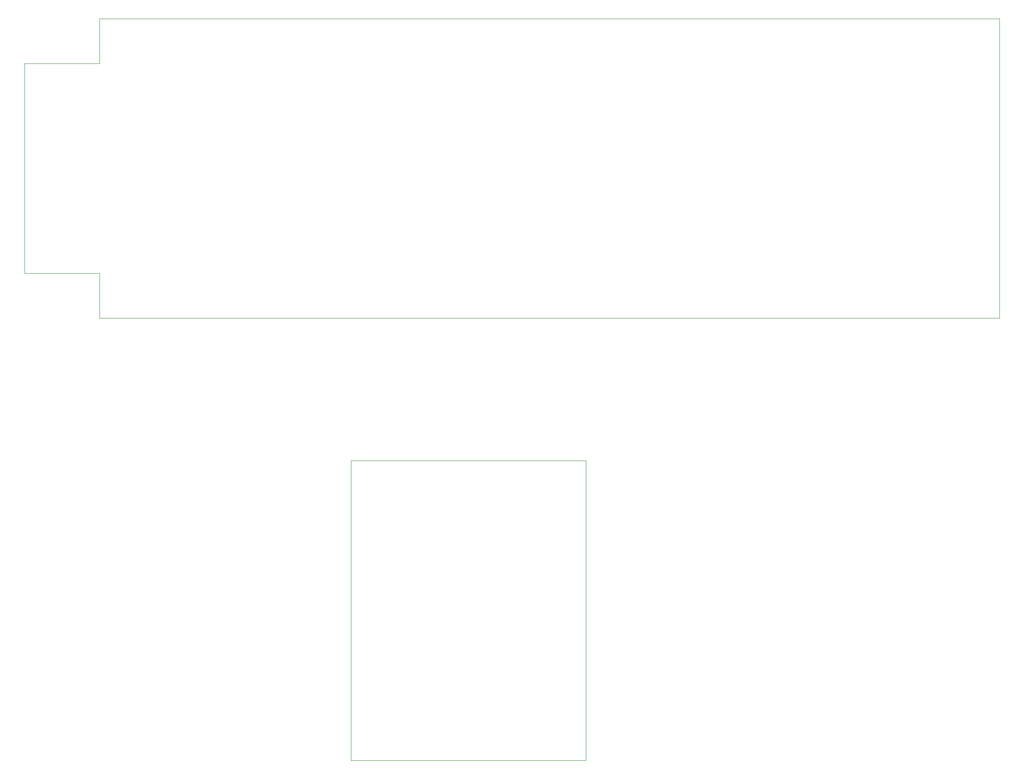
<source format=gbr>
G04 #@! TF.GenerationSoftware,KiCad,Pcbnew,5.1.5-52549c5~84~ubuntu18.04.1*
G04 #@! TF.CreationDate,2020-04-26T13:35:48+09:30*
G04 #@! TF.ProjectId,SpecAnFrontEnd,53706563-416e-4467-926f-6e74456e642e,rev?*
G04 #@! TF.SameCoordinates,Original*
G04 #@! TF.FileFunction,Profile,NP*
%FSLAX46Y46*%
G04 Gerber Fmt 4.6, Leading zero omitted, Abs format (unit mm)*
G04 Created by KiCad (PCBNEW 5.1.5-52549c5~84~ubuntu18.04.1) date 2020-04-26 13:35:48*
%MOMM*%
%LPD*%
G04 APERTURE LIST*
%ADD10C,0.050000*%
G04 APERTURE END LIST*
D10*
X42500000Y-72000000D02*
X42500000Y-80970000D01*
X42500000Y-72000000D02*
X42500000Y-72000000D01*
X42500000Y-30000000D02*
X42500000Y-20970000D01*
X27500000Y-72000000D02*
X42500000Y-72000000D01*
X27500000Y-30000000D02*
X27500000Y-72000000D01*
X37600000Y-30000000D02*
X27500000Y-30000000D01*
X42500000Y-30000000D02*
X37600000Y-30000000D01*
X139800000Y-109500000D02*
X92800000Y-109500000D01*
X92800000Y-109500000D02*
X92800000Y-169500000D01*
X92800000Y-169500000D02*
X139800000Y-169500000D01*
X139800000Y-169500000D02*
X139800000Y-109500000D01*
X222500000Y-80970000D02*
X42500000Y-80970000D01*
X222500000Y-20970000D02*
X222500000Y-80970000D01*
X42500000Y-20970000D02*
X222500000Y-20970000D01*
M02*

</source>
